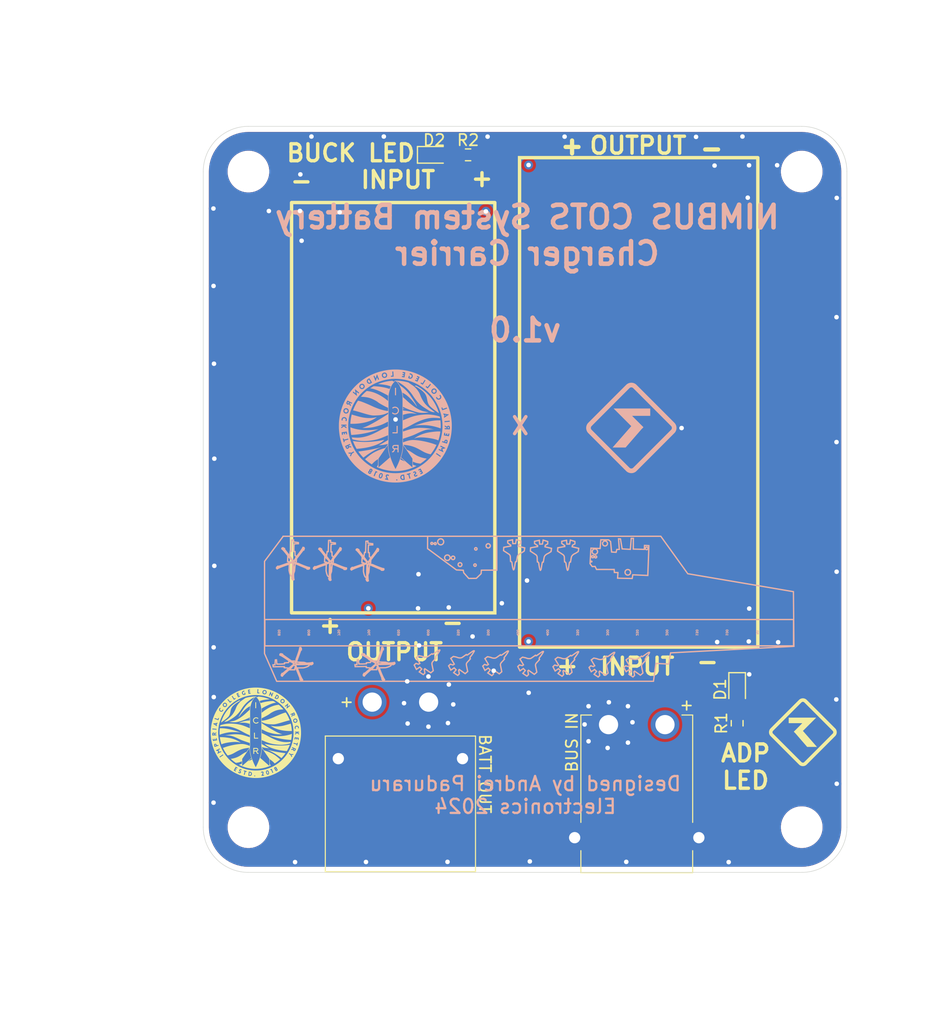
<source format=kicad_pcb>
(kicad_pcb (version 20240108) (generator "pcbnew") (generator_version "8.0")
  (layers (0 "F.Cu" signal) (31 "B.Cu" signal) (34 "B.Paste" user) (35 "F.Paste" user) (36 "B.SilkS" user "B.Silkscreen") (37 "F.SilkS" user "F.Silkscreen") (38 "B.Mask" user) (39 "F.Mask" user) (44 "Edge.Cuts" user))
  (net 0 "")
  (net 1 "GND")
  (net 2 "Net-(J1-+)")
  (net 3 "Net-(J2-+)")
  (net 4 "Net-(U1-IN+)")
  (net 5 "Net-(D1-A)")
  (net 6 "Net-(D2-A)")
  (footprint "MountingHole:MountingHole_3.2mm_M3" (layer "F.Cu") (at 137 55 -90)
    (property "Reference" "H3" (hide yes))
    (property "Value" "MountingHole" (hide yes))
    (pad "" np_thru_hole circle (at 0 0 270) (size 3.2 3.2) (drill 3.2) (layers "*.Cu" "*.Mask"))
  )
  (footprint "iclr:LM2596_COTS_Buck" (layer "F.Cu") (at 171.56 52.07)
    (property "Reference" "U2" (hide yes))
    (property "Value" "COTS LM2596 Buck")
    (property "+" "+" (at -5.9 0.65 0) (layer "F.SilkS") (effects (font (size 1.5 1.5) (thickness 0.375) (bold yes))))
    (property "-" "-" (at 6.46 0.87 0) (layer "F.SilkS") (effects (font (size 1.5 1.5) (thickness 0.375) (bold yes))))
    (fp_text user "OUTPUT" (at -4.5 1.5 0) (layer "F.SilkS") (effects (font (size 1.5 1.5) (thickness 0.3) (bold yes)) (justify left bottom)))
    (fp_text user "-" (at 4.97 47.14 0) (layer "F.SilkS") (effects (font (size 1.5 1.5) (thickness 0.3) (bold yes)) (justify left bottom)))
    (fp_text user "INPUT" (at -3.57 47.59 0) (layer "F.SilkS") (effects (font (size 1.5 1.5) (thickness 0.3) (bold yes)) (justify left bottom)))
    (fp_text user "+" (at -7.45 47.5 0) (layer "F.SilkS") (effects (font (size 1.5 1.5) (thickness 0.3) (bold yes)) (justify left bottom)))
    (pad "1" smd roundrect (at -9.75 44.5) (size 4.5 5) (layers "F.Cu" "F.Paste" "F.Mask") (net 3 "Net-(J2-+)"))
    (pad "2" smd roundrect (at 9.75 44.5) (size 4.5 5) (layers "F.Cu" "F.Paste" "F.Mask") (net 1 "GND"))
    (pad "3" smd roundrect (at -9.75 2.35) (size 4.5 4.7) (layers "F.Cu" "F.Paste" "F.Mask") (net 4 "Net-(U1-IN+)"))
    (pad "4" smd roundrect (at 9.774509 2.375489) (size 4.450982 4.750978) (layers "F.Cu" "F.Paste" "F.Mask") (net 1 "GND"))
  )
  (footprint "iclr:rae_logo_6mm" (layer "F.Cu") (at 186.1 104.6)
    (property "Reference" "G***" (hide yes))
    (property "Value" "LOGO" (hide yes))
  )
  (footprint "Resistor_SMD:R_0603_1608Metric" (layer "F.Cu") (at 180.28 103.805 -90)
    (property "Reference" "R1" (at 0 1.4 90) (layer "F.SilkS"))
    (property "Value" "5.1k")
    (pad "1" smd roundrect (at -0.825 0 270) (size 0.8 0.95) (layers "F.Cu" "F.Paste" "F.Mask") (net 5 "Net-(D1-A)"))
    (pad "2" smd roundrect (at 0.825 0 270) (size 0.8 0.95) (layers "F.Cu" "F.Paste" "F.Mask") (net 3 "Net-(J2-+)"))
  )
  (footprint "LED_SMD:LED_0603_1608Metric" (layer "F.Cu") (at 180.28 100.8175 -90)
    (property "Reference" "D1" (at 0 1.5 90) (layer "F.SilkS"))
    (property "Value" "LED_Small")
    (pad "1" smd roundrect (at -0.7875 0 270) (size 0.875 0.95) (layers "F.Cu" "F.Paste" "F.Mask") (net 1 "GND"))
    (pad "2" smd roundrect (at 0.7875 0 270) (size 0.875 0.95) (layers "F.Cu" "F.Paste" "F.Mask") (net 5 "Net-(D1-A)"))
  )
  (footprint "Resistor_SMD:R_0603_1608Metric" (layer "F.Cu") (at 156.4525 53.52)
    (property "Reference" "R2" (at -0.0025 -1.3 0) (layer "F.SilkS"))
    (property "Value" "5.1k")
    (pad "1" smd roundrect (at -0.825 0) (size 0.8 0.95) (layers "F.Cu" "F.Paste" "F.Mask") (net 6 "Net-(D2-A)"))
    (pad "2" smd roundrect (at 0.825 0) (size 0.8 0.95) (layers "F.Cu" "F.Paste" "F.Mask") (net 4 "Net-(U1-IN+)"))
  )
  (footprint "MountingHole:MountingHole_3.2mm_M3" (layer "F.Cu") (at 186 113 -90)
    (property "Reference" "H2" (hide yes))
    (property "Value" "MountingHole")
    (pad "" np_thru_hole circle (at 0 0 270) (size 3.2 3.2) (drill 3.2) (layers "*.Cu" "*.Mask"))
  )
  (footprint "iclr:iclr_logo_estd2018_8mm" (layer "F.Cu") (at 137.66 104.65)
    (property "Reference" "G***" (hide yes))
    (property "Value" "LOGO" (hide yes))
  )
  (footprint "iclr:DDTCCRUB_COTS_Charger" (layer "F.Cu") (at 149.82 97.14 180)
    (property "Reference" "U1" (hide yes))
    (property "Value" "COTS Charger")
    (fp_text user "INPUT" (at 3.02 40.53 0) (layer "F.SilkS") (effects (font (size 1.5 1.5) (thickness 0.3) (bold yes)) (justify left bottom)))
    (fp_text user "+" (at -8.99 42.24 180) (layer "F.SilkS") (effects (font (size 1.5 1.5) (thickness 0.3) (bold yes)) (justify left bottom)))
    (fp_text user "-" (at 7 42 180) (layer "F.SilkS") (effects (font (size 1.5 1.5) (thickness 0.3) (bold yes)) (justify left bottom)))
    (fp_text user "OUTPUT" (at 4.33 -1.24 0) (layer "F.SilkS") (effects (font (size 1.5 1.5) (thickness 0.3) (bold yes)) (justify left bottom)))
    (fp_text user "-" (at -6.39 2.94 180) (layer "F.SilkS") (effects (font (size 1.5 1.5) (thickness 0.3) (bold yes)) (justify left bottom)))
    (fp_text user "+" (at 4.46 2.71 180) (layer "F.SilkS") (effects (font (size 1.5 1.5) (thickness 0.3) (bold yes)) (justify left bottom)))
    (pad "1" smd roundrect (at -8.209052 38.619025 180) (size 3.809033 3.809033) (layers "F.Cu" "F.Paste" "F.Mask") (net 4 "Net-(U1-IN+)"))
    (pad "2" smd roundrect (at 8.254516 38.654516 180) (size 3.809033 3.809033) (layers "F.Cu" "F.Paste" "F.Mask") (net 1 "GND"))
    (pad "3" smd roundrect (at 2.2 3.5 180) (size 4 5) (layers "F.Cu" "F.Paste" "F.Mask") (net 2 "Net-(J1-+)"))
    (pad "4" smd roundrect (at -2.2 3.5 180) (size 4 5) (layers "F.Cu" "F.Paste" "F.Mask") (net 1 "GND"))
  )
  (footprint "MountingHole:MountingHole_3.2mm_M3" (layer "F.Cu") (at 186 55 -90)
    (property "Reference" "H1" (hide yes))
    (property "Value" "MountingHole" (hide yes))
    (pad "" np_thru_hole circle (at 0 0 270) (size 3.2 3.2) (drill 3.2) (layers "*.Cu" "*.Mask"))
  )
  (footprint "iclr:XT30PWF" (layer "F.Cu") (at 152.96 101.9375 180)
    (property "Reference" "J1" (hide yes))
    (property "Value" "XT30PW-F" (hide yes))
    (property "Text" "BATT OUT" (at -4.98 -6.3425 -90) (layer "F.SilkS"))
    (pad "1" thru_hole circle (at 0 0 180) (size 2.55 2.55) (drill 1.7) (layers "*.Cu" "*.Mask") (net 1 "GND"))
    (pad "2" thru_hole circle (at 5 0 180) (size 2.55 2.55) (drill 1.7) (layers "*.Cu" "*.Mask") (net 2 "Net-(J1-+)"))
    (pad "3" thru_hole circle (at -3 -5 180) (size 1.5 1.5) (drill 1) (layers "*.Cu" "*.Mask") (net 1 "GND"))
    (pad "4" thru_hole circle (at 8 -5 180) (size 1.5 1.5) (drill 1) (layers "*.Cu" "*.Mask") (net 1 "GND"))
  )
  (footprint "LED_SMD:LED_0603_1608Metric" (layer "F.Cu") (at 153.4525 53.52)
    (property "Reference" "D2" (at -0.0025 -1.3 0) (layer "F.SilkS"))
    (property "Value" "LED_Small")
    (pad "1" smd roundrect (at -0.7875 0) (size 0.875 0.95) (layers "F.Cu" "F.Paste" "F.Mask") (net 1 "GND"))
    (pad "2" smd roundrect (at 0.7875 0) (size 0.875 0.95) (layers "F.Cu" "F.Paste" "F.Mask") (net 6 "Net-(D2-A)"))
  )
  (footprint "MountingHole:MountingHole_3.2mm_M3" (layer "F.Cu") (at 137 113 -90)
    (property "Reference" "H4" (hide yes))
    (property "Value" "MountingHole" (hide yes))
    (pad "" np_thru_hole circle (at 0 0 270) (size 3.2 3.2) (drill 3.2) (layers "*.Cu" "*.Mask"))
  )
  (footprint "iclr:XT30PWM" (layer "F.Cu") (at 171.39 109.84 180)
    (property "Reference" "J2" (hide yes))
    (property "Value" "XT30PW-M" (hide yes))
    (property "Text" "BUS IN" (at 5.74 4.35 90) (layer "F.SilkS"))
    (pad "1" thru_hole circle (at -2.5 5.912 180) (size 2.55 2.55) (drill 1.7) (layers "*.Cu" "*.Mask") (net 3 "Net-(J2-+)"))
    (pad "2" thru_hole circle (at 2.5 5.912 180) (size 2.55 2.55) (drill 1.7) (layers "*.Cu" "*.Mask") (net 1 "GND"))
    (pad "3" thru_hole circle (at 5.5 -4.088 180) (size 1.5 1.5) (drill 1) (layers "*.Cu" "*.Mask") (net 1 "GND"))
    (pad "4" thru_hole circle (at -5.5 -4.088 180) (size 1.5 1.5) (drill 1) (layers "*.Cu" "*.Mask") (net 1 "GND"))
  )
  (footprint "iclr:rae_logo_8mm" (layer "B.Cu") (at 170.91 77.68 180)
    (property "Reference" "G***" (hide yes))
    (property "Value" "LOGO" (hide yes))
  )
  (footprint "LOGO" (layer "B.Cu") (at 161.87 93.68 180)
    (property "Reference" "G***" (hide yes))
    (property "Value" "LOGO" (hide yes))
  )
  (footprint "iclr:iclr_logo_estd2018_10mm" (layer "B.Cu") (at 150.01 77.51 180)
    (property "Reference" "G***" (hide yes))
    (property "Value" "LOGO" (hide yes))
  )
  (gr_arc (start 190 113) (mid 188.828427 115.828427) (end 186 117) (stroke (width 0.05)) (layer "Edge.Cuts"))
  (gr_line (start 190 55) (end 190 113) (stroke (width 0.05)) (layer "Edge.Cuts"))
  (gr_line (start 137 51) (end 186 51) (stroke (width 0.05)) (layer "Edge.Cuts"))
  (gr_arc (start 186 51) (mid 188.828427 52.171573) (end 190 55) (stroke (width 0.05)) (layer "Edge.Cuts"))
  (gr_arc (start 137 117) (mid 134.171573 115.828427) (end 133 113) (stroke (width 0.05)) (layer "Edge.Cuts"))
  (gr_arc (start 133 55) (mid 134.171573 52.171573) (end 137 51) (stroke (width 0.05)) (layer "Edge.Cuts"))
  (gr_line (start 133 113) (end 133 55) (stroke (width 0.05)) (layer "Edge.Cuts"))
  (gr_line (start 186 117) (end 137 117) (stroke (width 0.05)) (layer "Edge.Cuts"))
  (gr_text "Designed by Andrei Paduraru\nElectronics 2024\n" (at 161.52 111.9 0) (layer "B.SilkS") (effects (font (size 1.25 1.25) (thickness 0.2) (bold yes)) (justify bottom mirror)))
  (gr_text "NIMBUS COTS System Battery\nCharger Carrier" (at 161.69 63.42 0) (layer "B.SilkS") (effects (font (size 2 2) (thickness 0.4) (bold yes)) (justify bottom mirror)))
  (gr_text "v1.0\n" (at 161.5 70.2 0) (layer "B.SilkS") (effects (font (size 2 2) (thickness 0.4) (bold yes)) (justify bottom mirror)))
  (gr_text "X" (at 161.07 78.38 0) (layer "B.SilkS") (effects (font (size 1.5 1.5) (thickness 0.3) (bold yes)) (justify bottom mirror)))
  (gr_text "ADP\nLED" (at 181.03 109.75 0) (layer "F.SilkS") (effects (font (size 1.5 1.5) (thickness 0.3) (bold yes)) (justify bottom)))
  (gr_text "BUCK LED\n" (at 146.06 54.24 0) (layer "F.SilkS") (effects (font (size 1.5 1.5) (thickness 0.3) (bold yes)) (justify bottom)))
  (gr_text "+" (at 144.98 102.46 0) (layer "F.SilkS") (effects (font (size 1 1)) (justify left bottom)))
  (gr_text "+" (at 175.09 102.75 0) (layer "F.SilkS") (effects (font (size 1 1)) (justify left bottom)))
  (via (at 189.06 101.7) (size 0.8) (drill 0.4) (layers "F.Cu" "B.Cu") (net 1))
  (via (at 133.91 65.12) (size 0.8) (drill 0.4) (layers "F.Cu" "B.Cu") (net 1))
  (via (at 152.11 96.92) (size 0.8) (drill 0.4) (layers "F.Cu" "B.Cu") (net 1))
  (via (at 133.93 101.49) (size 0.8) (drill 0.4) (layers "F.Cu" "B.Cu") (net 1))
  (via (at 133.92 97.09) (size 0.8) (drill 0.4) (layers "F.Cu" "B.Cu") (net 1))
  (via (at 167.12 102.3) (size 0.8) (drill 0.4) (layers "F.Cu" "B.Cu") (net 1))
  (via (at 161.67 91.18) (size 0.8) (drill 0.4) (layers "F.Cu" "B.Cu") (net 1))
  (via (at 154.75 100.38) (size 0.8) (drill 0.4) (layers "F.Cu" "B.Cu") (net 1))
  (via (at 152.02 93.64) (size 0.8) (drill 0.4) (layers "F.Cu" "B.Cu") (net 1))
  (via (at 133.98 89.88) (size 0.8) (drill 0.4) (layers "F.Cu" "B.Cu") (net 1))
  (via (at 189.09 90.4) (size 0.8) (drill 0.4) (layers "F.Cu" "B.Cu") (net 1))
  (via (at 151.06 100.1) (size 0.8) (drill 0.4) (layers "F.Cu" "B.Cu") (net 1))
  (via (at 150.78 102.03) (size 0.8) (drill 0.4) (layers "F.Cu" "B.Cu") (net 1))
  (via (at 181.22 57.31) (size 0.8) (drill 0.4) (layers "F.Cu" "B.Cu") (net 1))
  (via (at 189.1 57.33) (size 0.8) (drill 0.4) (layers "F.Cu" "B.Cu") (net 1))
  (via (at 159.44 93.19) (size 0.8) (drill 0.4) (layers "F.Cu" "B.Cu") (net 1))
  (via (at 133.95 72) (size 0.8) (drill 0.4) (layers "F.Cu" "B.Cu") (net 1))
  (via (at 181.35 93.66) (size 0.8) (drill 0.4) (layers "F.Cu" "B.Cu") (net 1))
  (via (at 183.820963 54.439374) (size 0.8) (drill 0.4) (layers "F.Cu" "B.Cu") (net 1))
  (via (at 158.72 99.16) (size 0.8) (drill 0.4) (layers "F.Cu" "B.Cu") (net 1))
  (via (at 168.81 105.99) (size 0.8) (drill 0.4) (layers "F.Cu" "B.Cu") (net 1))
  (via (at 179.53 116.09) (size 0.8) (drill 0.4) (layers "F.Cu" "B.Cu") (net 1))
  (via (at 170.61 102.3) (size 0.8) (drill 0.4) (layers "F.Cu" "B.Cu") (net 1))
  (via (at 158.18 51.91) (size 0.8) (drill 0.4) (layers "F.Cu" "B.Cu") (net 1))
  (via (at 154.74 93.56) (size 0.8) (drill 0.4) (layers "F.Cu" "B.Cu") (net 1))
  (via (at 152.06 90.62) (size 0.8) (drill 0.4) (layers "F.Cu" "B.Cu") (net 1))
  (via (at 181.31 96.57) (size 0.8) (drill 0.4) (layers "F.Cu" "B.Cu") (net 1))
  (via (at 176.64 51.93) (size 0.8) (drill 0.4) (layers "F.Cu" "B.Cu") (net 1))
  (via (at 145.08 58.6) (size 0.8) (drill 0.4) (layers "F.Cu" "B.Cu") (net 1))
  (via (at 148.99 51.9) (size 0.8) (drill 0.4) (layers "F.Cu" "B.Cu") (net 1))
  (via (at 155.14 102.14) (size 0.8) (drill 0.4) (layers "F.Cu" "B.Cu") (net 1))
  (via (at 183.91 96.64) (size 0.8) (drill 0.4) (layers "F.Cu" "B.Cu") (net 1))
  (via (at 166.77 103.91) (size 0.8) (drill 0.4) (layers "F.Cu" "B.Cu") (net 1))
  (via (at 147.41 116.08) (size 0.8) (drill 0.4) (layers "F.Cu" "B.Cu") (net 1))
  (via (at 141.13 116.09) (size 0.8) (drill 0.4) (layers "F.Cu" "B.Cu") (net 1))
  (via (at 167.12 105.4) (size 0.8) (drill 0.4) (layers "F.Cu" "B.Cu") (net 1))
  (via (at 161.92 116.03) (size 0.8) (drill 0.4) (layers "F.Cu" "B.Cu") (net 1))
  (via (at 150.03 76.93) (size 0.8) (drill 0.4) (layers "F.Cu" "B.Cu") (net 1))
  (via (at 151.1 103.83) (size 0.8) (drill 0.4) (layers "F.Cu" "B.Cu") (net 1))
  (via (at 171.01 103.72) (size 0.8) (drill 0.4) (layers "F.Cu" "B.Cu") (net 1))
  (via (at 141.71 61.12) (size 0.8) (drill 0.4) (layers "F.Cu" "B.Cu") (net 1))
  (via (at 161.82 101.11) (size 0.8) (drill 0.4) (layers "F.Cu" "B.Cu") (net 1))
  (via (at 152.94 104.11) (size 0.8) (drill 0.4) (layers "F.Cu" "B.Cu") (net 1))
  (via (at 170.46 116.07) (size 0.8) (drill 0.4) (layers "F.Cu" "B.Cu") (net 1))
  (via (at 138.81 58.49) (size 0.8) (drill 0.4) (layers "F.Cu" "B.Cu") (net 1))
  (via (at 154.67 103.79) (size 0.8) (drill 0.4) (layers "F.Cu" "B.Cu") (net 1))
  (via (at 154.63 116.07) (size 0.8) (drill 0.4) (layers "F.Cu" "B.Cu") (net 1))
  (via (at 181.35 99.48) (size 0.8) (drill 0.4) (layers "F.Cu" "B.Cu") (net 1))
  (via (at 180.75 51.9) (size 0.8) (drill 0.4) (layers "F.Cu" "B.Cu") (net 1))
  (via (at 175.36 77.69) (size 0.8) (drill 0.4) (layers "F.Cu" "B.Cu") (net 1))
  (via (at 133.98 80.4) (size 0.8) (drill 0.4) (layers "F.Cu" "B.Cu") (net 1))
  (via (at 133.91 110.83) (size 0.8) (drill 0.4) (layers "F.Cu" "B.Cu") (net 1))
  (via (at 178.28 54.47) (size 0.8) (drill 0.4) (layers "F.Cu" "B.Cu") (net 1))
  (via (at 189.08 67.88) (size 0.8) (drill 0.4) (layers "F.Cu" "B.Cu") (net 1))
  (via (at 181.334509 54.445489) (size 0.8) (drill 0.4) (layers "F.Cu" "B.Cu") (net 1))
  (via (at 189.08 78.93) (size 0.8) (drill 0.4) (layers "F.Cu" "B.Cu") (net 1))
  (via (at 152.94 99.67) (size 0.8) (drill 0.4) (layers "F.Cu" "B.Cu") (net 1))
  (via (at 168.92 101.95) (size 0.8) (drill 0.4) (layers "F.Cu" "B.Cu") (net 1))
  (via (at 156.85 96.13) (size 0.8) (drill 0.4) (layers "F.Cu" "B.Cu") (net 1))
  (via (at 170.61 105.52) (size 0.8) (drill 0.4) (layers "F.Cu" "B.Cu") (net 1))
  (via (at 178.51 96.62) (size 0.8) (drill 0.4) (layers "F.Cu" "B.Cu") (net 1))
  (via (at 141.565484 58.485484) (size 0.8) (drill 0.4) (layers "F.Cu" "B.Cu") (net 1))
  (via (at 165 51.91) (size 0.8) (drill 0.4) (layers "F.Cu" "B.Cu") (net 1))
  (via (at 133.9 58.27) (size 0.8) (drill 0.4) (layers "F.Cu" "B.Cu") (net 1))
  (via (at 189.1 109.16) (size 0.8) (drill 0.4) (layers "F.Cu" "B.Cu") (net 1))
  (via (at 141.6 55.25) (size 0.8) (drill 0.4) (layers "F.Cu" "B.Cu") (net 1))
  (via (at 142.58 51.9) (size 0.8) (drill 0.4) (layers "F.Cu" "B.Cu") (net 1))
  (segment (start 147.62 101.5975) (end 147.96 101.9375) (width 4) (layer "F.Cu") (net 2))
  (segment (start 147.62 93.64) (end 147.62 101.5975) (width 4) (layer "F.Cu") (net 2))
  (via (at 147.62 93.64) (size 0.8) (drill 0.4) (layers "F.Cu" "B.Cu") (net 2))
  (segment (start 173.89 99.94) (end 173.89 103.928) (width 4) (layer "F.Cu") (net 3))
  (segment (start 178.482756 104.63) (end 180.28 104.63) (width 0.2) (layer "F.Cu") (net 3))
  (segment (start 161.81 96.57) (end 162.81 95.57) (width 4) (layer "F.Cu") (net 3))
  (segment (start 177.411647 104.131647) (end 177.505 104.225) (width 0.2) (layer "F.Cu") (net 3))
  (segment (start 169.52 95.57) (end 173.89 99.94) (width 4) (layer "F.Cu") (net 3))
  (segment (start 173.89 103.928) (end 176.92 103.928) (width 0.2) (layer "F.Cu") (net 3))
  (segment (start 162.81 95.57) (end 169.52 95.57) (width 4) (layer "F.Cu") (net 3))
  (via (at 161.81 96.57) (size 0.8) (drill 0.4) (layers "F.Cu" "B.Cu") (net 3))
  (arc (start 177.505 104.225) (mid 177.953598 104.524744) (end 178.482756 104.63) (width 0.2) (layer "F.Cu") (net 3))
  (arc (start 176.92 103.928) (mid 177.186077 103.980926) (end 177.411647 104.131647) (width 0.2) (layer "F.Cu") (net 3))
  (segment (start 161.81 54.42) (end 161.81 56.019999) (width 4) (layer "F.Cu") (net 4))
  (segment (start 158.883399 58.520975) (end 158.029052 58.520975) (width 4) (layer "F.Cu") (net 4))
  (segment (start 157.2775 53.52) (end 157.2775 57.769423) (width 0.2) (layer "F.Cu") (net 4))
  (segment (start 161.81 56.019999) (end 160.214102 57.615897) (width 4) (layer "F.Cu") (net 4))
  (segment (start 157.2775 57.769423) (end 158.029052 58.520975) (width 0.2) (layer "F.Cu") (net 4))
  (segment (start 158.99455 58.409824) (end 158.883399 58.520975) (width 4) (layer "F.Cu") (net 4))
  (via (at 161.81 54.42) (size 0.8) (drill 0.4) (layers "F.Cu" "B.Cu") (net 4))
  (via (at 158.029052 58.520975) (size 0.8) (drill 0.4) (layers "F.Cu" "B.Cu") (net 4))
  (arc (start 160.214102 57.615897) (mid 159.619758 58.03645) (end 158.99455 58.409824) (width 4) (layer "F.Cu") (net 4))
  (segment (start 180.28 102.98) (end 180.28 101.605) (width 0.2) (layer "F.Cu") (net 5))
  (segment (start 154.24 53.52) (end 155.6275 53.52) (width 0.2) (layer "F.Cu") (net 6))
  (zone (net 1) (net_name "GND") (layers "F&B.Cu") (name "Main GND") (connect_pads yes (clearance 0.25)) (min_thickness 0.127) (fill yes (thermal_gap 0.5) (thermal_bridge_width 0.5))
    (polygon (pts (xy 126.5 47) (xy 196.3 47.1) (xy 197.1 130.4) (xy 115 125.4)))
  )
)
</source>
